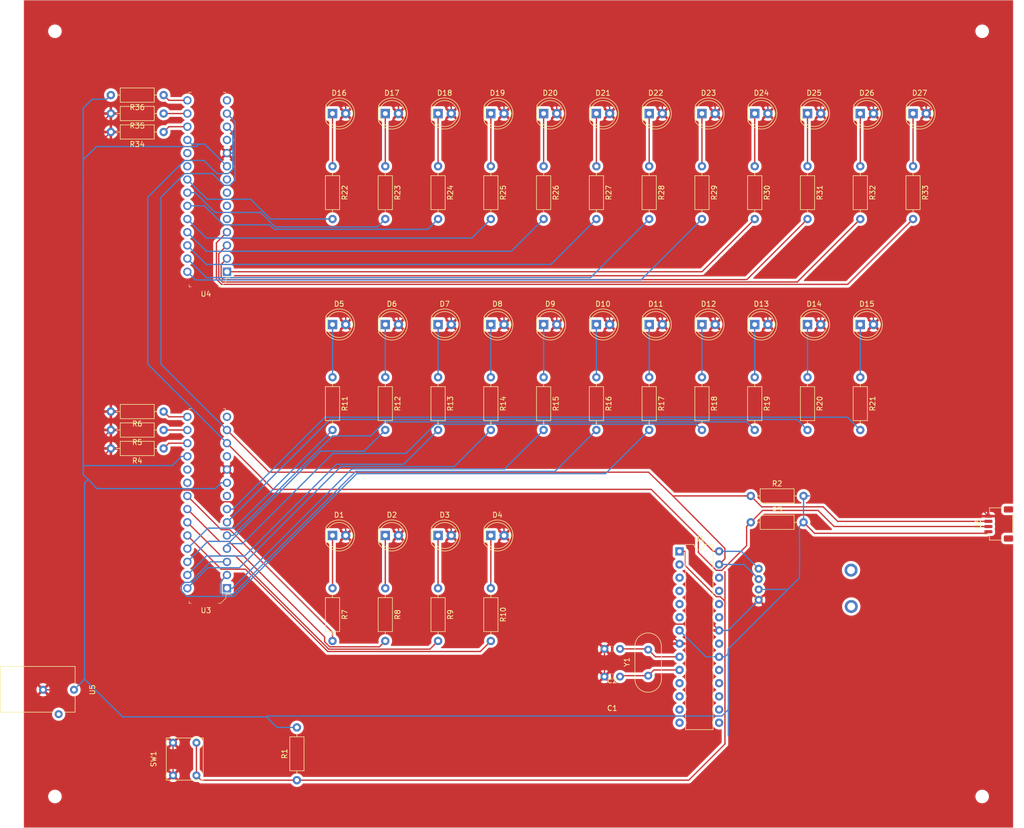
<source format=kicad_pcb>
(kicad_pcb (version 20221018) (generator pcbnew)
  (layers (0 "F.Cu" signal) (31 "B.Cu" signal) (34 "B.Paste" user) (35 "F.Paste" user) (36 "B.SilkS" user "B.Silkscreen") (37 "F.SilkS" user "F.Silkscreen") (38 "B.Mask" user) (39 "F.Mask" user) (44 "Edge.Cuts" user))
  (net 0 "")
  (net 1 "GND")
  (net 2 "Net-(C1-Pad1)")
  (net 3 "Net-(C2-Pad1)")
  (net 4 "Net-(D1-Pad1)")
  (net 5 "Net-(D2-Pad1)")
  (net 6 "Net-(D3-Pad1)")
  (net 7 "Net-(D4-Pad1)")
  (net 8 "Net-(D5-Pad1)")
  (net 9 "Net-(D6-Pad1)")
  (net 10 "Net-(D7-Pad1)")
  (net 11 "Net-(D8-Pad1)")
  (net 12 "Net-(D9-Pad1)")
  (net 13 "Net-(D10-Pad1)")
  (net 14 "Net-(D11-Pad1)")
  (net 15 "Net-(D12-Pad1)")
  (net 16 "Net-(D13-Pad1)")
  (net 17 "Net-(D14-Pad1)")
  (net 18 "Net-(D15-Pad1)")
  (net 19 "Net-(D16-Pad1)")
  (net 20 "Net-(D17-Pad1)")
  (net 21 "Net-(D18-Pad1)")
  (net 22 "Net-(D19-Pad1)")
  (net 23 "Net-(D20-Pad1)")
  (net 24 "Net-(D21-Pad1)")
  (net 25 "Net-(D22-Pad1)")
  (net 26 "Net-(D23-Pad1)")
  (net 27 "Net-(D24-Pad1)")
  (net 28 "Net-(D25-Pad1)")
  (net 29 "Net-(D26-Pad1)")
  (net 30 "Net-(D27-Pad1)")
  (net 31 "+5V")
  (net 32 "Net-(R1-Pad1)")
  (net 33 "/clock minute/SDA")
  (net 34 "/clock minute/SCL")
  (net 35 "Net-(R4-Pad1)")
  (net 36 "Net-(R5-Pad1)")
  (net 37 "Net-(R6-Pad1)")
  (net 38 "Net-(R7-Pad2)")
  (net 39 "Net-(R8-Pad2)")
  (net 40 "Net-(R9-Pad2)")
  (net 41 "Net-(R10-Pad2)")
  (net 42 "Net-(R11-Pad2)")
  (net 43 "Net-(R12-Pad2)")
  (net 44 "Net-(R13-Pad2)")
  (net 45 "Net-(R14-Pad2)")
  (net 46 "GPB0")
  (net 47 "GPB1")
  (net 48 "GPB2")
  (net 49 "GPB3")
  (net 50 "GPB4")
  (net 51 "GPB5")
  (net 52 "GPB6")
  (net 53 "Net-(R22-Pad2)")
  (net 54 "Net-(R23-Pad2)")
  (net 55 "Net-(R24-Pad2)")
  (net 56 "Net-(R25-Pad2)")
  (net 57 "Net-(R26-Pad2)")
  (net 58 "Net-(R27-Pad2)")
  (net 59 "Net-(R28-Pad2)")
  (net 60 "Net-(R29-Pad2)")
  (net 61 "Net-(U1-Pad14)")
  (net 62 "Net-(U1-Pad13)")
  (net 63 "Net-(U1-Pad26)")
  (net 64 "Net-(U1-Pad12)")
  (net 65 "Net-(U1-Pad25)")
  (net 66 "Net-(U1-Pad11)")
  (net 67 "Net-(U1-Pad24)")
  (net 68 "Net-(U1-Pad23)")
  (net 69 "Net-(U1-Pad21)")
  (net 70 "Net-(U1-Pad6)")
  (net 71 "Net-(U1-Pad19)")
  (net 72 "Net-(U1-Pad5)")
  (net 73 "Net-(U1-Pad18)")
  (net 74 "Net-(U1-Pad4)")
  (net 75 "Net-(U1-Pad17)")
  (net 76 "Net-(U1-Pad3)")
  (net 77 "Net-(U1-Pad16)")
  (net 78 "Net-(U1-Pad2)")
  (net 79 "Net-(U1-Pad15)")
  (net 80 "Net-(U3-Pad20)")
  (net 81 "Net-(U3-Pad19)")
  (net 82 "Net-(U3-Pad14)")
  (net 83 "Net-(U3-Pad11)")
  (net 84 "Net-(U3-Pad8)")
  (net 85 "Net-(U4-Pad20)")
  (net 86 "Net-(U4-Pad19)")
  (net 87 "Net-(U4-Pad14)")
  (net 88 "Net-(U4-Pad11)")
  (net 89 "Net-(U4-Pad8)")
  (net 90 "Net-(U4-Pad7)")
  (net 91 "Net-(U4-Pad6)")
  (net 92 "Net-(U4-Pad5)")
  (net 93 "Net-(R34-Pad1)")
  (net 94 "Net-(R35-Pad1)")
  (net 95 "Net-(R36-Pad1)")
  (net 96 "HGPB0")
  (net 97 "HGPB1")
  (net 98 "HGPB2")
  (net 99 "HGPB3")
  (footprint "Personal:Capacitor" (layer "F.Cu") (at 151.384 143.002)
    (fp_text reference "C1")
    (fp_text value "Capacitor")
  )
  (footprint "Personal:Capacitor" (layer "F.Cu") (at 151.384 137.668)
    (fp_text reference "C2")
    (fp_text value "Capacitor")
  )
  (footprint "LED_THT:LED_D5.0mm" (layer "F.Cu") (at 97.536 115.824)
    (fp_text reference "D1")
    (fp_text value "Blue")
  )
  (footprint "LED_THT:LED_D5.0mm" (layer "F.Cu") (at 107.696 115.824)
    (fp_text reference "D2")
    (fp_text value "Blue")
  )
  (footprint "LED_THT:LED_D5.0mm" (layer "F.Cu") (at 117.856 115.824)
    (fp_text reference "D3")
    (fp_text value "Blue")
  )
  (footprint "LED_THT:LED_D5.0mm" (layer "F.Cu") (at 128.016 115.824)
    (fp_text reference "D4")
    (fp_text value "Blue")
  )
  (footprint "LED_THT:LED_D5.0mm" (layer "F.Cu") (at 97.536 75.184)
    (fp_text reference "D5")
    (fp_text value "Blue")
  )
  (footprint "LED_THT:LED_D5.0mm" (layer "F.Cu") (at 107.696 75.184)
    (fp_text reference "D6")
    (fp_text value "Blue")
  )
  (footprint "LED_THT:LED_D5.0mm" (layer "F.Cu") (at 117.856 75.184)
    (fp_text reference "D7")
    (fp_text value "Blue")
  )
  (footprint "LED_THT:LED_D5.0mm" (layer "F.Cu") (at 128.016 75.184)
    (fp_text reference "D8")
    (fp_text value "Blue")
  )
  (footprint "LED_THT:LED_D5.0mm" (layer "F.Cu") (at 138.176 75.184)
    (fp_text reference "D9")
    (fp_text value "Blue")
  )
  (footprint "LED_THT:LED_D5.0mm" (layer "F.Cu") (at 148.336 75.184)
    (fp_text reference "D10")
    (fp_text value "Blue")
  )
  (footprint "LED_THT:LED_D5.0mm" (layer "F.Cu") (at 158.496 75.184)
    (fp_text reference "D11")
    (fp_text value "Blue")
  )
  (footprint "LED_THT:LED_D5.0mm" (layer "F.Cu") (at 168.656 75.184)
    (fp_text reference "D12")
    (fp_text value "Blue")
  )
  (footprint "LED_THT:LED_D5.0mm" (layer "F.Cu") (at 178.816 75.184)
    (fp_text reference "D13")
    (fp_text value "Blue")
  )
  (footprint "LED_THT:LED_D5.0mm" (layer "F.Cu") (at 188.976 75.184)
    (fp_text reference "D14")
    (fp_text value "Blue")
  )
  (footprint "LED_THT:LED_D5.0mm" (layer "F.Cu") (at 199.136 75.184)
    (fp_text reference "D15")
    (fp_text value "Blue")
  )
  (footprint "LED_THT:LED_D5.0mm" (layer "F.Cu") (at 97.536 34.544)
    (fp_text reference "D16")
    (fp_text value "Blue")
  )
  (footprint "LED_THT:LED_D5.0mm" (layer "F.Cu") (at 107.696 34.544)
    (fp_text reference "D17")
    (fp_text value "Blue")
  )
  (footprint "LED_THT:LED_D5.0mm" (layer "F.Cu") (at 117.856 34.544)
    (fp_text reference "D18")
    (fp_text value "Blue")
  )
  (footprint "LED_THT:LED_D5.0mm" (layer "F.Cu") (at 128.016 34.544)
    (fp_text reference "D19")
    (fp_text value "Blue")
  )
  (footprint "LED_THT:LED_D5.0mm" (layer "F.Cu") (at 138.176 34.544)
    (fp_text reference "D20")
    (fp_text value "Blue")
  )
  (footprint "LED_THT:LED_D5.0mm" (layer "F.Cu") (at 148.336 34.544)
    (fp_text reference "D21")
    (fp_text value "Blue")
  )
  (footprint "LED_THT:LED_D5.0mm" (layer "F.Cu") (at 158.496 34.544)
    (fp_text reference "D22")
    (fp_text value "Blue")
  )
  (footprint "LED_THT:LED_D5.0mm" (layer "F.Cu") (at 168.656 34.544)
    (fp_text reference "D23")
    (fp_text value "Blue")
  )
  (footprint "LED_THT:LED_D5.0mm" (layer "F.Cu") (at 178.816 34.544)
    (fp_text reference "D24")
    (fp_text value "Blue")
  )
  (footprint "LED_THT:LED_D5.0mm" (layer "F.Cu") (at 188.976 34.544)
    (fp_text reference "D25")
    (fp_text value "Blue")
  )
  (footprint "LED_THT:LED_D5.0mm" (layer "F.Cu") (at 199.136 34.544)
    (fp_text reference "D26")
    (fp_text value "Blue")
  )
  (footprint "LED_THT:LED_D5.0mm" (layer "F.Cu") (at 209.296 34.544)
    (fp_text reference "D27")
    (fp_text value "Blue")
  )
  (footprint "Resistor_THT:R_Axial_DIN0207_L6.3mm_D2.5mm_P10.16mm_Horizontal" (layer "F.Cu") (at 90.678 162.956 90)
    (fp_text reference "R1")
    (fp_text value "1k")
  )
  (footprint "Resistor_THT:R_Axial_DIN0207_L6.3mm_D2.5mm_P10.16mm_Horizontal" (layer "F.Cu") (at 178.054 108.204)
    (fp_text reference "R2")
    (fp_text value "4.7k")
  )
  (footprint "Resistor_THT:R_Axial_DIN0207_L6.3mm_D2.5mm_P10.16mm_Horizontal" (layer "F.Cu") (at 178.054 113.284)
    (fp_text reference "R3")
    (fp_text value "4.7k")
  )
  (footprint "Resistor_THT:R_Axial_DIN0207_L6.3mm_D2.5mm_P10.16mm_Horizontal" (layer "F.Cu") (at 65.024 99.06 180)
    (fp_text reference "R4")
    (fp_text value "1k")
  )
  (footprint "Resistor_THT:R_Axial_DIN0207_L6.3mm_D2.5mm_P10.16mm_Horizontal" (layer "F.Cu") (at 65.024 95.504 180)
    (fp_text reference "R5")
    (fp_text value "1k")
  )
  (footprint "Resistor_THT:R_Axial_DIN0207_L6.3mm_D2.5mm_P10.16mm_Horizontal" (layer "F.Cu") (at 65.024 91.948 180)
    (fp_text reference "R6")
    (fp_text value "1k")
  )
  (footprint "Resistor_THT:R_Axial_DIN0207_L6.3mm_D2.5mm_P10.16mm_Horizontal" (layer "F.Cu") (at 97.536 125.984 -90)
    (fp_text reference "R7")
    (fp_text value "1k")
  )
  (footprint "Resistor_THT:R_Axial_DIN0207_L6.3mm_D2.5mm_P10.16mm_Horizontal" (layer "F.Cu") (at 107.696 125.984 -90)
    (fp_text reference "R8")
    (fp_text value "1k")
  )
  (footprint "Resistor_THT:R_Axial_DIN0207_L6.3mm_D2.5mm_P10.16mm_Horizontal" (layer "F.Cu") (at 117.856 125.984 -90)
    (fp_text reference "R9")
    (fp_text value "1k")
  )
  (footprint "Resistor_THT:R_Axial_DIN0207_L6.3mm_D2.5mm_P10.16mm_Horizontal" (layer "F.Cu") (at 128.016 125.984 -90)
    (fp_text reference "R10")
    (fp_text value "1k")
  )
  (footprint "Resistor_THT:R_Axial_DIN0207_L6.3mm_D2.5mm_P10.16mm_Horizontal" (layer "F.Cu") (at 97.536 85.344 -90)
    (fp_text reference "R11")
    (fp_text value "1k")
  )
  (footprint "Resistor_THT:R_Axial_DIN0207_L6.3mm_D2.5mm_P10.16mm_Horizontal" (layer "F.Cu") (at 107.696 85.344 -90)
    (fp_text reference "R12")
    (fp_text value "1k")
  )
  (footprint "Resistor_THT:R_Axial_DIN0207_L6.3mm_D2.5mm_P10.16mm_Horizontal" (layer "F.Cu") (at 117.856 85.344 -90)
    (fp_text reference "R13")
    (fp_text value "1k")
  )
  (footprint "Resistor_THT:R_Axial_DIN0207_L6.3mm_D2.5mm_P10.16mm_Horizontal" (layer "F.Cu") (at 128.016 85.344 -90)
    (fp_text reference "R14")
    (fp_text value "1k")
  )
  (footprint "Resistor_THT:R_Axial_DIN0207_L6.3mm_D2.5mm_P10.16mm_Horizontal" (layer "F.Cu") (at 138.176 85.344 -90)
    (fp_text reference "R15")
    (fp_text value "1k")
  )
  (footprint "Resistor_THT:R_Axial_DIN0207_L6.3mm_D2.5mm_P10.16mm_Horizontal" (layer "F.Cu") (at 148.336 85.344 -90)
    (fp_text reference "R16")
    (fp_text value "1k")
  )
  (footprint "Resistor_THT:R_Axial_DIN0207_L6.3mm_D2.5mm_P10.16mm_Horizontal" (layer "F.Cu") (at 158.496 85.344 -90)
    (fp_text reference "R17")
    (fp_text value "1k")
  )
  (footprint "Resistor_THT:R_Axial_DIN0207_L6.3mm_D2.5mm_P10.16mm_Horizontal" (layer "F.Cu") (at 168.656 85.344 -90)
    (fp_text reference "R18")
    (fp_text value "1k")
  )
  (footprint "Resistor_THT:R_Axial_DIN0207_L6.3mm_D2.5mm_P10.16mm_Horizontal" (layer "F.Cu") (at 178.816 85.344 -90)
    (fp_text reference "R19")
    (fp_text value "1k")
  )
  (footprint "Resistor_THT:R_Axial_DIN0207_L6.3mm_D2.5mm_P10.16mm_Horizontal" (layer "F.Cu") (at 188.976 85.344 -90)
    (fp_text reference "R20")
    (fp_text value "1k")
  )
  (footprint "Resistor_THT:R_Axial_DIN0207_L6.3mm_D2.5mm_P10.16mm_Horizontal" (layer "F.Cu") (at 199.136 85.344 -90)
    (fp_text reference "R21")
    (fp_text value "1k")
  )
  (footprint "Resistor_THT:R_Axial_DIN0207_L6.3mm_D2.5mm_P10.16mm_Horizontal" (layer "F.Cu") (at 97.536 44.704 -90)
    (fp_text reference "R22")
    (fp_text value "1k")
  )
  (footprint "Resistor_THT:R_Axial_DIN0207_L6.3mm_D2.5mm_P10.16mm_Horizontal" (layer "F.Cu") (at 107.696 44.704 -90)
    (fp_text reference "R23")
    (fp_text value "1k")
  )
  (footprint "Resistor_THT:R_Axial_DIN0207_L6.3mm_D2.5mm_P10.16mm_Horizontal" (layer "F.Cu") (at 117.856 44.704 -90)
    (fp_text reference "R24")
    (fp_text value "1k")
  )
  (footprint "Resistor_THT:R_Axial_DIN0207_L6.3mm_D2.5mm_P10.16mm_Horizontal" (layer "F.Cu") (at 128.016 44.704 -90)
    (fp_text reference "R25")
    (fp_text value "1k")
  )
  (footprint "Resistor_THT:R_Axial_DIN0207_L6.3mm_D2.5mm_P10.16mm_Horizontal" (layer "F.Cu") (at 138.176 44.704 -90)
    (fp_text reference "R26")
    (fp_text value "1k")
  )
  (footprint "Resistor_THT:R_Axial_DIN0207_L6.3mm_D2.5mm_P10.16mm_Horizontal" (layer "F.Cu") (at 148.336 44.704 -90)
    (fp_text reference "R27")
    (fp_text value "1k")
  )
  (footprint "Resistor_THT:R_Axial_DIN0207_L6.3mm_D2.5mm_P10.16mm_Horizontal" (layer "F.Cu") (at 158.496 44.704 -90)
    (fp_text reference "R28")
    (fp_text value "1k")
  )
  (footprint "Resistor_THT:R_Axial_DIN0207_L6.3mm_D2.5mm_P10.16mm_Horizontal" (layer "F.Cu") (at 168.656 44.704 -90)
    (fp_text reference "R29")
    (fp_text value "1k")
  )
  (footprint "Resistor_THT:R_Axial_DIN0207_L6.3mm_D2.5mm_P10.16mm_Horizontal" (layer "F.Cu") (at 178.816 44.704 -90)
    (fp_text reference "R30")
    (fp_text value "1k")
  )
  (footprint "Resistor_THT:R_Axial_DIN0207_L6.3mm_D2.5mm_P10.16mm_Horizontal" (layer "F.Cu") (at 188.976 44.704 -90)
    (fp_text reference "R31")
    (fp_text value "1k")
  )
  (footprint "Resistor_THT:R_Axial_DIN0207_L6.3mm_D2.5mm_P10.16mm_Horizontal" (layer "F.Cu") (at 199.136 44.704 -90)
    (fp_text reference "R32")
    (fp_text value "1k")
  )
  (footprint "Resistor_THT:R_Axial_DIN0207_L6.3mm_D2.5mm_P10.16mm_Horizontal" (layer "F.Cu") (at 209.296 44.704 -90)
    (fp_text reference "R33")
    (fp_text value "1k")
  )
  (footprint "Personal:Pushbutton" (layer "F.Cu") (at 69.088 158.892 -90)
    (fp_text reference "SW1")
    (fp_text value "SW_Push_Dual")
  )
  (footprint "Package_DIP:DIP-28_W7.62mm" (layer "F.Cu") (at 164.338 118.872)
    (fp_text reference "U1")
    (fp_text value "ATmega328P-PU")
  )
  (footprint "digikey-footprints:DIP-28_W7.62mm" (layer "F.Cu") (at 77.216 125.984 180)
    (fp_text reference "U3")
    (fp_text value "MCP23017-E_SP")
  )
  (footprint "digikey-footprints:DIP-28_W7.62mm" (layer "F.Cu") (at 77.216 65.024 180)
    (fp_text reference "U4")
    (fp_text value "MCP23017-E_SP")
  )
  (footprint "Personal:Crystal" (layer "F.Cu") (at 157.988 140.208 -90)
    (fp_text reference "Y1")
    (fp_text value "Crystal")
  )
  (footprint "Resistor_THT:R_Axial_DIN0207_L6.3mm_D2.5mm_P10.16mm_Horizontal" (layer "F.Cu") (at 65.024 38.1 180)
    (fp_text reference "R34")
    (fp_text value "1k")
  )
  (footprint "Resistor_THT:R_Axial_DIN0207_L6.3mm_D2.5mm_P10.16mm_Horizontal" (layer "F.Cu") (at 65.024 34.544 180)
    (fp_text reference "R35")
    (fp_text value "1k")
  )
  (footprint "Resistor_THT:R_Axial_DIN0207_L6.3mm_D2.5mm_P10.16mm_Horizontal" (layer "F.Cu") (at 65.024 30.988 180)
    (fp_text reference "R36")
    (fp_text value "1k")
  )
  (footprint "Personal:BarrelJack" (layer "F.Cu") (at 40.64 145.542 90)
    (fp_text reference "U5")
    (fp_text value "Barreljack")
  )
  (footprint "Personal:DS3231" (layer "F.Cu") (at 179.578 125.222)
    (fp_text reference "U2" hide)
    (fp_text value "DS3231MZ")
  )
  (footprint "MountingHole:MountingHole_2.1mm" (layer "F.Cu") (at 222.6 18.7)
    (fp_text reference "REF**" hide)
    (fp_text value "MountingHole_2.1mm")
  )
  (footprint "MountingHole:MountingHole_2.1mm" (layer "F.Cu") (at 197.358 122.5)
    (fp_text reference "REF**" hide)
    (fp_text value "MountingHole_2.1mm")
  )
  (footprint "MountingHole:MountingHole_2.1mm" (layer "F.Cu") (at 197.4 129.5)
    (fp_text reference "REF**" hide)
    (fp_text value "MountingHole_2.1mm")
  )
  (footprint "MountingHole:MountingHole_2.1mm" (layer "F.Cu") (at 222.6 166.1)
    (fp_text reference "REF**" hide)
    (fp_text value "MountingHole_2.1mm")
  )
  (footprint "MountingHole:MountingHole_2.1mm" (layer "F.Cu") (at 44.1 18.7)
    (fp_text reference "REF**" hide)
    (fp_text value "MountingHole_2.1mm")
  )
  (footprint "MountingHole:MountingHole_2.1mm" (layer "F.Cu") (at 44.1 166.1)
    (fp_text reference "REF**" hide)
    (fp_text value "MountingHole_2.1mm")
  )
  (footprint "Connector_JST:JST_SH_SM04B-SRSS-TB_1x04-1MP_P1.00mm_Horizontal" (layer "F.Cu") (at 225.8 113.6 90)
    (fp_text reference "U6")
    (fp_text value "JST4pin")
  )
  (gr_line (start 38.1 12.7) (end 228.6 12.7) (stroke (width 0.05)) (layer "Edge.Cuts"))
  (gr_line (start 228.6 12.7) (end 228.6 172.1) (stroke (width 0.05)) (layer "Edge.Cuts"))
  (gr_line (start 228.6 172.1) (end 38.1 172.1) (stroke (width 0.05)) (layer "Edge.Cuts"))
  (gr_line (start 38.1 172.1) (end 38.1 12.7) (stroke (width 0.05)) (layer "Edge.Cuts"))
  (segment (start 54.864 91.948) (end 53.73263 91.948) (width 0.25) (layer "F.Cu") (net 1))
  (segment (start 148.59 141.224) (end 140.716 141.224) (width 0.25) (layer "F.Cu") (net 1))
  (segment (start 96.522792 110.998) (end 96.52 110.998) (width 0.25) (layer "F.Cu") (net 1))
  (segment (start 51.816 28.448) (end 51.816 30.988) (width 0.25) (layer "F.Cu") (net 1))
  (segment (start 72.499001 109.329001) (end 70.248999 107.078999) (width 0.25) (layer "F.Cu") (net 1))
  (segment (start 159.4 132.9) (end 159 133.3) (width 0.25) (layer "F.Cu") (net 1))
  (segment (start 66.838 156.81963) (end 66.838 162.042) (width 0.25) (layer "F.Cu") (net 1))
  (segment (start 51.816 143.002) (end 51.816 152.654) (width 0.25) (layer "F.Cu") (net 1))
  (segment (start 54.864 99.06) (end 54.064001 99.859999) (width 0.25) (layer "F.Cu") (net 1))
  (segment (start 147.576792 70.612) (end 147.574 70.612) (width 0.25) (layer "F.Cu") (net 1))
  (segment (start 185.168792 26.924) (end 185.166 26.924) (width 0.25) (layer "F.Cu") (net 1))
  (segment (start 80.772 110.998) (end 79.103001 109.329001) (width 0.25) (layer "F.Cu") (net 1))
  (segment (start 51.816 78.486) (end 51.9 84.3) (width 0.25) (layer "F.Cu") (net 1))
  (segment (start 117.096792 70.612) (end 117.094 70.612) (width 0.25) (layer "F.Cu") (net 1))
  (segment (start 54.102 70.612) (end 51.816 72.898) (width 0.25) (layer "F.Cu") (net 1))
  (segment (start 161.036 33.271208) (end 154.688792 26.924) (width 0.25) (layer "F.Cu") (net 1))
  (segment (start 51.9 84.3) (end 51.816 93.98) (width 0.25) (layer "F.Cu") (net 1))
  (segment (start 54.864 34.544) (end 54.064001 35.343999) (width 0.25) (layer "F.Cu") (net 1))
  (segment (start 191.516 33.271208) (end 185.168792 26.924) (width 0.25) (layer "F.Cu") (net 1))
  (segment (start 77.216 42.164) (end 79.756 42.164) (width 0.25) (layer "F.Cu") (net 1))
  (segment (start 161.036 34.544) (end 161.036 33.271208) (width 0.25) (layer "F.Cu") (net 1))
  (segment (start 137.416792 70.612) (end 137.414 70.612) (width 0.25) (layer "F.Cu") (net 1))
  (segment (start 66.838 155.742) (end 66.076001 154.980001) (width 0.25) (layer "F.Cu") (net 1))
  (segment (start 53.848 141.224) (end 51.816 143.256) (width 0.25) (layer "F.Cu") (net 1))
  (segment (start 191.516 34.544) (end 191.516 33.271208) (width 0.25) (layer "F.Cu") (net 1))
  (segment (start 161.506001 135.852001) (end 159 133.3) (width 0.25) (layer "F.Cu") (net 1))
  (segment (start 188.214 70.612) (end 198.374 70.612) (width 0.25) (layer "F.Cu") (net 1))
  (segment (start 51.816 153.558) (end 53.238001 154.980001) (width 0.25) (layer "F.Cu") (net 1))
  (segment (start 51.816 102.108) (end 51.816 107.95) (width 0.25) (layer "F.Cu") (net 1))
  (segment (start 171.196 75.184) (end 171.196 73.911208) (width 0.25) (layer "F.Cu") (net 1))
  (segment (start 51.816 93.86463) (end 51.816 93.98) (width 0.25) (layer "F.Cu") (net 1))
  (segment (start 163.538001 135.852001) (end 161.506001 135.852001) (width 0.25) (layer "F.Cu") (net 1))
  (segment (start 117.094 70.612) (end 127.254 70.612) (width 0.25) (layer "F.Cu") (net 1))
  (segment (start 130.556 115.824) (end 130.556 114.551208) (width 0.25) (layer "F.Cu") (net 1))
  (segment (start 201.676 33.271208) (end 195.328792 26.924) (width 0.25) (layer "F.Cu") (net 1))
  (segment (start 83.058 108.966) (end 83.058 110.998) (width 0.25) (layer "F.Cu") (net 1))
  (segment (start 191.516 73.911208) (end 188.216792 70.612) (width 0.25) (layer "F.Cu") (net 1))
  (segment (start 54.864 38.1) (end 54.064001 38.899999) (width 0.25) (layer "F.Cu") (net 1))
  (segment (start 80.518 26.924) (end 80.01 26.924) (width 0.25) (layer "F.Cu") (net 1))
  (segment (start 54.864 95.504) (end 54.064001 96.303999) (width 0.25) (layer "F.Cu") (net 1))
  (segment (start 110.236 34.544) (end 110.236 33.271208) (width 0.25) (layer "F.Cu") (net 1))
  (segment (start 52.687001 107.078999) (end 51.816 107.95) (width 0.25) (layer "F.Cu") (net 1))
  (segment (start 171.196 73.911208) (end 167.896792 70.612) (width 0.25) (layer "F.Cu") (net 1))
  (segment (start 51.816 41.148) (end 51.816 70.612) (width 0.25) (layer "F.Cu") (net 1))
  (segment (start 51.816 37.592) (end 51.816 38.1) (width 0.25) (layer "F.Cu") (net 1))
  (segment (start 66.838 155.742) (end 66.838 156.81963) (width 0.25) (layer "F.Cu") (net 1))
  (segment (start 51.816 93.98) (end 51.816 98.552) (width 0.25) (layer "F.Cu") (net 1))
  (segment (start 100.076 75.184) (end 100.076 73.914) (width 0.25) (layer "F.Cu") (net 1))
  (segment (start 149.884 140.438) (end 149.884 143.002) (width 0.25) (layer "F.Cu") (net 1))
  (segment (start 100.076 34.544) (end 100.076 33.271208) (width 0.25) (layer "F.Cu") (net 1))
  (segment (start 140.716 141.224) (end 53.848 141.224) (width 0.25) (layer "F.Cu") (net 1))
  (segment (start 147.574 70.612) (end 157.734 70.612) (width 0.25) (layer "F.Cu") (net 1))
  (segment (start 110.236 115.824) (end 110.236 114.551208) (width 0.25) (layer "F.Cu") (net 1))
  (segment (start 77.216 103.124) (end 83.058 108.966) (width 0.25) (layer "F.Cu") (net 1))
  (segment (start 150.876 75.184) (end 150.876 73.911208) (width 0.25) (layer "F.Cu") (net 1))
  (segment (start 51.816 146.954) (end 51.816 153.558) (width 0.25) (layer "F.Cu") (net 1))
  (segment (start 171.196 34.544) (end 171.196 33.271208) (width 0.25) (layer "F.Cu") (net 1))
  (segment (start 120.396 115.824) (end 120.396 114.551208) (width 0.25) (layer "F.Cu") (net 1))
  (segment (start 106.682792 110.998) (end 106.68 110.998) (width 0.25) (layer "F.Cu") (net 1))
  (segment (start 191.516 75.184) (end 191.516 73.911208) (width 0.25) (layer "F.Cu") (net 1))
  (segment (start 53.73263 91.948) (end 51.816 93.86463) (width 0.25) (layer "F.Cu") (net 1))
  (segment (start 150.876 34.544) (end 150.876 33.271208) (width 0.25) (layer "F.Cu") (net 1))
  (segment (start 170.7 132.9) (end 159.4 132.9) (width 0.25) (layer "F.Cu") (net 1))
  (segment (start 161.036 75.184) (end 161.036 73.911208) (width 0.25) (layer "F.Cu") (net 1))
  (segment (start 110.236 33.271208) (end 110.233208 33.271208) (width 0.25) (layer "F.Cu") (net 1))
  (segment (start 103.976 27.011208) (end 110.236 33.271208) (width 0.25) (layer "F.Cu") (net 1))
  (segment (start 54.064001 96.303999) (end 51.816 98.552) (width 0.25) (layer "F.Cu") (net 1))
  (segment (start 80.01 26.924) (end 53.34 26.924) (width 0.25) (layer "F.Cu") (net 1))
  (segment (start 106.68 110.998) (end 96.52 110.998) (width 0.25) (layer "F.Cu") (net 1))
  (segment (start 148.953001 132.986999) (end 140.716 141.224) (width 0.25) (layer "F.Cu") (net 1))
  (segment (start 93.726 26.924) (end 82.296 26.924) (width 0.25) (layer "F.Cu") (net 1))
  (segment (start 211.836 34.544) (end 211.836 33.271208) (width 0.25) (layer "F.Cu") (net 1))
  (segment (start 181.356 73.911208) (end 178.056792 70.612) (width 0.25) (layer "F.Cu") (net 1))
  (segment (start 44.704 145.542) (end 51.816 152.654) (width 0.25) (layer "F.Cu") (net 1))
  (segment (start 83.058 110.998) (end 80.772 110.998) (width 0.25) (layer "F.Cu") (net 1))
  (segment (start 120.396 73.911208) (end 117.096792 70.612) (width 0.25) (layer "F.Cu") (net 1))
  (segment (start 78.2 84.3) (end 51.9 84.3) (width 0.25) (layer "F.Cu") (net 1))
  (segment (start 96.774 70.612) (end 54.102 70.612) (width 0.25) (layer "F.Cu") (net 1))
  (segment (start 54.064001 35.343999) (end 51.816 37.592) (width 0.25) (layer "F.Cu") (net 1))
  (segment (start 53.34 26.924) (end 51.816 28.448) (width 0.25) (layer "F.Cu") (net 1))
  (segment (start 54.064001 99.859999) (end 51.816 102.108) (width 0.25) (layer "F.Cu") (net 1))
  (segment (start 110.236 75.184) (end 110.236 73.911208) (width 0.25) (layer "F.Cu") (net 1))
  (segment (start 137.414 70.612) (end 147.574 70.612) (width 0.25) (layer "F.Cu") (net 1))
  (segment (start 100.076 115.824) (end 100.076 114.551208) (width 0.25) (layer "F.Cu") (net 1))
  (segment (start 149.884 138.74563) (end 149.884 139.93) (width 0.25) (layer "F.Cu") (net 1))
  (segment (start 103.976 26.924) (end 93.726 26.924) (width 0.25) (layer "F.Cu") (net 1))
  (segment (start 140.716 73.911208) (end 137.416792 70.612) (width 0.25) (layer "F.Cu") (net 1))
  (segment (start 82.296 39.624) (end 82.296 29.21) (width 0.25) (layer "F.Cu") (net 1))
  (segment (start 150.876 33.271208) (end 144.528792 26.924) (width 0.25) (layer "F.Cu") (net 1))
  (segment (start 130.556 33.274) (end 124.206 26.924) (width 0.25) (layer "F.Cu") (net 1))
  (segment (start 161.036 73.911208) (end 157.736792 70.612) (width 0.25) (layer "F.Cu") (net 1))
  (segment (start 93.9 100) (end 78.2 84.3) (width 0.25) (layer "F.Cu") (net 1))
  (segment (start 51.816 143.002) (end 51.816 143.256) (width 0.25) (layer "F.Cu") (net 1))
  (segment (start 120.396 114.551208) (end 116.842792 110.998) (width 0.25) (layer "F.Cu") (net 1))
  (segment (start 170.832999 132.986999) (end 170.786999 132.986999) (width 0.25) (layer "F.Cu") (net 1))
  (segment (start 140.716 33.271208) (end 134.368792 26.924) (width 0.25) (layer "F.Cu") (net 1))
  (segment (start 205.488792 26.924) (end 103.976 26.924) (width 0.25) (layer "F.Cu") (net 1))
  (segment (start 100.076 73.914) (end 96.774 70.612) (width 0.25) (layer "F.Cu") (net 1))
  (segment (start 158.75 133.096) (end 148.953001 132.986999) (width 0.25) (layer "F.Cu") (net 1))
  (segment (start 70.248999 107.078999) (end 52.687001 107.078999) (width 0.25) (layer "F.Cu") (net 1))
  (segment (start 157.734 70.612) (end 167.894 70.612) (width 0.25) (layer "F.Cu") (net 1))
  (segment (start 167.896792 70.612) (end 167.894 70.612) (width 0.25) (layer "F.Cu") (net 1))
  (segment (start 178.054 70.612) (end 188.214 70.612) (width 0.25) (layer "F.Cu") (net 1))
  (segment (start 170.786999 132.986999) (end 170.7 132.9) (width 0.25) (layer "F.Cu") (net 1))
  (segment (start 41.816 145.542) (end 44.704 145.542) (width 0.25) (layer "F.Cu") (net 1))
  (segment (start 130.556 75.184) (end 130.556 73.911208) (width 0.25) (layer "F.Cu") (net 1))
  (segment (start 110.236 73.911208) (end 106.936792 70.612) (width 0.25) (layer "F.Cu") (net 1))
  (segment (start 120.396 75.184) (end 120.396 73.911208) (width 0.25) (layer "F.Cu") (net 1))
  (segment (start 100.076 114.551208) (end 96.522792 110.998) (width 0.25) (layer "F.Cu") (net 1))
  (segment (start 82.296 26.924) (end 80.518 26.924) (width 0.25) (layer "F.Cu") (net 1))
  (segment (start 167.894 70.612) (end 178.054 70.612) (width 0.25) (layer "F.Cu") (net 1))
  (segment (start 93.728792 26.924) (end 93.726 26.924) (width 0.25) (layer "F.Cu") (net 1))
  (segment (start 181.356 33.271208) (end 175.008792 26.924) (width 0.25) (layer "F.Cu") (net 1))
  (segment (start 120.396 34.544) (end 120.396 33.271208) (width 0.25) (layer "F.Cu") (net 1))
  (segment (start 149.884 139.93) (end 148.59 141.224) (width 0.25) (layer "F.Cu") (net 1))
  (segment (start 171.958 134.112) (end 170.832999 132.986999) (width 0.25) (layer "F.Cu") (net 1))
  (segment (start 82.296 29.21) (end 80.01 26.924) (width 0.25) (layer "F.Cu") (net 1))
  (segment (start 130.556 114.551208) (end 127.002792 110.998) (width 0.25) (layer "F.Cu") (net 1))
  (segment (start 149.884 139.93) (end 149.884 140.438) (width 0.25) (layer "F.Cu") (net 1))
  (segment (start 223.8 112.1) (end 211.7 100) (width 0.25) (layer "F.Cu") (net 1))
  (segment (start 175.008792 26.924) (end 175.006 26.924) (width 0.25) (layer "F.Cu") (net 1))
  (segment (start 116.84 110.998) (end 106.68 110.998) (width 0.25) (layer "F.Cu") (net 1))
  (segment (start 51.816 30.988) (end 51.816 34.544) (width 0.25) (layer "F.Cu") (net 1))
  (segment (start 116.842792 110.998) (end 116.84 110.998) (width 0.25) (layer "F.Cu") (net 1))
  (segment (start 140.716 75.184) (end 140.716 73.911208) (width 0.25) (layer "F.Cu") (net 1))
  (segment (start 127.254 70.612) (end 137.414 70.612) (width 0.25) (layer "F.Cu") (net 1))
  (segment (start 150.876 73.911208) (end 147.576792 70.612) (width 0.25) (layer "F.Cu") (net 1))
  (segment (start 127.002792 110.998) (end 116.84 110.998) (width 0.25) (layer "F.Cu") (net 1))
  (segment (start 140.716 34.544) (end 140.716 33.271208) (width 0.25) (layer "F.Cu") (net 1))
  (segment (start 127.256792 70.612) (end 127.254 70.612) (width 0.25) (layer "F.Cu") (net 1))
  (segment (start 103.976 26.924) (end 103.976 27.011208) (width 0.25) (layer "F.Cu") (net 1))
  (segment (start 201.676 73.911208) (end 198.376792 70.612) (width 0.25) (layer "F.Cu") (net 1))
  (segment (start 51.816 72.898) (end 51.816 78.486) (width 0.25) (layer "F.Cu") (net 1))
  (segment (start 106.936792 70.612) (end 106.934 70.612) (width 0.25) (layer "F.Cu") (net 1))
  (segment (start 96.774 70.612) (end 106.934 70.612) (width 0.25) (layer "F.Cu") (net 1))
  (segment (start 110.236 114.551208) (end 106.682792 110.998) (width 0.25) (layer "F.Cu") (net 1))
  (segment (start 51.816 34.544) (end 51.816 37.592) (width 0.25) (layer "F.Cu") (net 1))
  (segment (start 51.816 38.1) (end 51.816 41.148) (width 0.25) (layer "F.Cu") (net 1))
  (segment (start 96.52 110.998) (end 83.058 110.998) (width 0.25) (layer "F.Cu") (net 1))
  (segment (start 130.556 34.544) (end 130.556 33.274) (width 0.25) (layer "F.Cu") (net 1))
  (segment (start 79.103001 109.329001) (end 72.499001 109.329001) (width 0.25) (layer "F.Cu") (net 1))
  (segment (start 181.356 75.184) (end 181.356 73.911208) (width 0.25) (layer "F.Cu") (net 1))
  (segment (start 181.356 34.544) (end 181.356 33.271208) (width 0.25) (layer "F.Cu") (net 1))
  (segment (start 149.884 137.668) (end 149.884 138.74563) (width 0.25) (layer "F.Cu") (net 1))
  (segment (start 120.396 33.271208) (end 114.048792 26.924) (width 0.25) (layer "F.Cu") (net 1))
  (segment (start 54.064001 38.899999) (end 51.816 41.148) (width 0.25) (layer "F.Cu") (net 1))
  (segment (start 51.816 98.552) (end 51.816 102.108) (width 0.25) (layer "F.Cu") (net 1))
  (segment (start 188.216792 70.612) (end 188.214 70.612) (width 0.25) (layer "F.Cu") (net 1))
  (segment (start 79.756 42.164) (end 82.296 39.624) (width 0.25) (layer "F.Cu") (net 1))
  (segment (start 201.676 34.544) (end 201.676 33.271208) (width 0.25) (layer "F.Cu") (net 1))
  (segment (start 201.676 75.184) (end 201.676 73.911208) (width 0.25) (layer "F.Cu") (net 1))
  (segment (start 211.836 33.271208) (end 205.488792 26.924) (width 0.25) (layer "F.Cu") (net 1))
  (segment (start 164.338 136.652) (end 163.538001 135.852001) (width 0.25) (layer "F.Cu") (net 1))
  (segment (start 51.816 70.612) (end 51.816 72.898) (width 0.25) (layer "F.Cu") (net 1))
  (segment (start 171.196 33.271208) (end 164.848792 26.924) (width 0.25) (layer "F.Cu") (net 1))
  (segment (start 198.376792 70.612) (end 198.374 70.612) (width 0.25) (layer "F.Cu") (net 1))
  (segment (start 130.556 73.911208) (end 127.256792 70.612) (width 0.25) (layer "F.Cu") (net 1))
  (segment (start 66.076001 154.980001) (end 53.238001 154.980001) (width 0.25) (layer "F.Cu") (net 1))
  (segment (start 100.076 33.271208) (end 93.728792 26.924) (width 0.25) (layer "F.Cu") (net 1))
  (segment (start 51.816 107.95) (end 51.816 143.002) (width 0.25) (layer "F.Cu") (net 1))
  (segment (start 106.934 70.612) (end 117.094 70.612) (width 0.25) (layer "F.Cu") (net 1))
  (segment (start 178.056792 70.612) (end 178.054 70.612) (width 0.25) (layer "F.Cu") (net 1))
  (segment (start 211.7 100) (end 93.9 100) (width 0.25) (layer "F.Cu") (net 1))
  (segment (start 157.736792 70.612) (end 157.734 70.612) (width 0.25) (layer "F.Cu") (net 1))
  (segment (start 159 133.3) (end 158.75 133.096) (width 0.25) (layer "F.Cu") (net 1))
  (segment (start 171.958 134.112) (end 173.688 134.112) (width 0.25) (layer "B.Cu") (net 1))
  (segment (start 173.688 134.112) (end 179.578 128.222) (width 0.25) (layer "B.Cu") (net 1))
  (segment (start 159.404 141.732) (end 164.338 141.732) (width 0.25) (layer "F.Cu") (net 2))
  (segment (start 158.306 142.83) (end 153.056 142.83) (width 0.25) (layer "F.Cu") (net 2))
  (segment (start 158.306 142.83) (end 159.404 141.732) (width 0.25) (layer "F.Cu") (net 2))
  (segment (start 153.056 142.83) (end 152.884 143.002) (width 0.25) (layer "B.Cu") (net 2))
  (segment (start 152.884 137.668) (end 158.172 137.668) (width 0.25) (layer "F.Cu") (net 3))
  (segment (start 159.696 139.192) (end 164.338 139.192) (width 0.25) (layer "F.Cu") (net 3))
  (segment (start 158.306 137.802) (end 159.696 139.192) (width 0.25) (layer "F.Cu") (net 3))
  (segment (start 158.172 137.668) (end 158.306 137.802) (width 0.25) (layer "B.Cu") (net 3))
  (segment (start 97.536 125.984) (end 97.536 115.824) (width 0.25) (layer "F.Cu") (net 4))
  (segment (start 107.696 125.984) (end 107.696 124.85263) (width 0.25) (layer "F.Cu") (net 5))
  (segment (start 107.696 124.85263) (end 107.696 115.824) (width 0.25) (layer "F.Cu") (net 5))
  (segment (start 117.856 125.984) (end 117.856 124.85263) (width 0.25) (layer "F.Cu") (net 6))
  (segment (start 117.856 124.85263) (end 117.856 115.824) (width 0.25) (layer "F.Cu") (net 6))
  (segment (start 128.016 125.984) (end 128.016 115.824) (width 0.25) (layer "F.Cu") (net 7))
  (segment (start 128.016 125.984) (end 128.016 124.85263) (width 0.25) (layer "B.Cu") (net 7))
  (segment (start 97.536 76.334) (end 97.536 85.344) (width 0.25) (layer "B.Cu") (net 8))
  (segment (start 97.536 75.184) (end 97.536 76.334) (width 0.25) (layer "B.Cu") (net 8))
  (segment (start 107.696 75.184) (end 107.696 76.334) (width 0.25) (layer "B.Cu") (net 9))
  (segment (start 107.696 76.334) (end 107.696 85.344) (width 0.25) (layer "B.Cu") (net 9))
  (segment (start 117.856 75.184) (end 117.856 85.344) (width 0.25) (layer "B.Cu") (net 10))
  (segment (start 128.016 75.184) (end 128.016 85.344) (width 0.25) (layer "B.Cu") (net 11))
  (segment (start 138.176 85.344) (end 138.176 75.184) (width 0.25) (layer "B.Cu") (net 12))
  (segment (start 148.336 75.184) (end 148.336 85.344) (width 0.25) (layer "B.Cu") (net 13))
  (segment (start 158.496 75.184) (end 158.496 76.334) (width 0.25) (layer "B.Cu") (net 14))
  (segment (start 158.496 76.334) (end 158.496 85.344) (width 0.25) (layer "B.Cu") (net 14))
  (segment (start 168.656 85.344) (end 168.656 75.184) (width 0.25) (layer "B.Cu") (net 15))
  (segment (start 178.816 85.344) (end 178.816 84.21263) (width 0.25) (layer "B.Cu") (net 16))
  (segment (start 178.816 84.21263) (end 178.816 75.184) (width 0.25) (layer "B.Cu") (net 16))
  (segment (start 188.976 85.344) (end 188.976 84.21263) (width 0.25) (layer "B.Cu") (net 17))
  (segment (start 188.976 84.21263) (end 188.976 75.184) (width 0.25) (layer "B.Cu") (net 17))
  (segment (start 199.136 85.344) (end 199.136 75.184) (width 0.25) (layer "B.Cu") (net 18))
  (segment (start 97.536 44.704) (end 97.536 34.544) (width 0.25) (layer "F.Cu") (net 19))
  (segment (start 107.696 44.704) (end 107.696 34.544) (width 0.25) (layer "F.Cu") (net 20))
  (segment (start 117.856 44.704) (end 117.856 34.544) (width 0.25) (layer "F.Cu") (net 21))
  (segment (start 128.016 44.704) (end 128.016 34.544) (width 0.25) (layer "F.Cu") (net 22))
  (segment (start 138.176 44.704) (end 138.176 34.544) (width 0.25) (layer "F.Cu") (net 23))
  (segment (start 148.336 44.704) (end 148.336 34.544) (width 0.25) (layer "F.Cu") (net 24))
  (segment (start 158.496 44.704) (end 158.496 34.544) (width 0.25) (layer "F.Cu") (net 25))
  (segment (start 168.656 44.704) (end 168.656 34.544) (width 0.25) (layer "F.Cu") (net 26))
  (segment (start 178.816 44.704) (end 178.816 34.544) (width 0.25) (layer "F.Cu") (net 27))
  (segment (start 188.976 44.704) (end 188.976 34.544) (width 0.25) (layer "F.Cu") (net 28))
  (segment (start 199.136 44.704) (end 199.136 34.544) (width 0.25) (layer "F.Cu") (net 29))
  (segment (start 209.296 44.704) (end 209.296 34.544) (width 0.25) (layer "F.Cu") (net 30))
  (segment (start 223.5 115.4) (end 190.33 115.4) (width 0.25) (layer "F.Cu") (net 31))
  (segment (start 189.013999 114.083999) (end 188.214 113.284) (width 0.25) (layer "F.Cu") (net 31))
  (segment (start 223.8 115.1) (end 223.5 115.4) (width 0.25) (layer "F.Cu") (net 31))
  (segment (start 190.33 115.4) (end 189.013999 114.083999) (width 0.25) (layer "F.Cu") (net 31))
  (segment (start 54.064001 31.787999) (end 51.270001 31.787999) (width 0.25) (layer "B.Cu") (net 31))
  (segment (start 48.527999 144.772001) (end 49.8 143.5) (width 0.25) (layer "B.Cu") (net 31))
  (segment (start 187.414001 123.989999) (end 185.166 126.238) (width 0.25) (layer "B.Cu") (net 31))
  (segment (start 68.46463 100.584) (end 66.68663 102.362) (width 0.25) (layer "B.Cu") (net 31))
  (segment (start 187.414001 114.083999) (end 187.452 120.396) (width 0.25) (layer "B.Cu") (net 31))
  (segment (start 188.214 109.33537) (end 188.214 113.284) (width 0.25) (layer "B.Cu") (net 31))
  (segment (start 77.216 105.664) (end 76.08463 105.664) (width 0.25) (layer "B.Cu") (net 31))
  (segment (start 47.766 145.542) (end 48.527999 144.780001) (width 0.25) (layer "B.Cu") (net 31))
  (segment (start 49.53 102.362) (end 49.544 81.04) (width 0.25) (layer "B.Cu") (net 31))
  (segment (start 49.8 143.5) (end 49.8 105.7) (width 0.25) (layer "B.Cu") (net 31))
  (segment (start 185.166 126.238) (end 173.736 137.668) (width 0.25) (layer "B.Cu") (net 31))
  (segment (start 71.776001 40.423999) (end 72.935999 40.423999) (width 0.25) (layer "B.Cu") (net 31))
  (segment (start 70.395999 40.423999) (end 71.776001 40.423999) (width 0.25) (layer "B.Cu") (net 31))
  (segment (start 49.53 104.14) (end 49.53 102.362) (width 0.25) (layer "B.Cu") (net 31))
  (segment (start 173.08937 139.192) (end 173.736 138.54537) (width 0.25) (layer "B.Cu") (net 31))
  (segment (start 49.53 44.45) (end 49.53 43.434) (width 0.25) (layer "B.Cu") (net 31))
  (segment (start 84.836 150.764) (end 57.15 150.764) (width 0.25) (layer "B.Cu") (net 31))
  (segment (start 49.544 81.04) (end 49.53 44.45) (width 0.25) (layer "B.Cu") (net 31))
  (segment (start 50.5 105) (end 49.53 104.14) (width 0.25) (layer "B.Cu") (net 31))
  (segment (start 74.959629 106.789001) (end 52.179001 106.789001) (width 0.25) (layer "B.Cu") (net 31))
  (segment (start 69.596 39.624) (end 70.395999 40.423999) (width 0.25) (layer "B.Cu") (net 31))
  (segment (start 173.736 138.176) (end 173.736 154.432) (width 0.25) (layer "B.Cu") (net 31))
  (segment (start 172.5 150.6) (end 85 150.6) (width 0.25) (layer "B.Cu") (net 31))
  (segment (start 86.868 152.796) (end 84.836 150.764) (width 0.25) (layer "B.Cu") (net 31))
  (segment (start 72.935999 40.423999) (end 73.66 41.148) (width 0.25) (layer "B.Cu") (net 31))
  (segment (start 54.864 30.988) (end 54.064001 31.787999) (width 0.25) (layer "B.Cu") (net 31))
  (segment (start 188.214 108.204) (end 188.214 109.33537) (width 0.25) (layer "B.Cu") (net 31))
  (segment (start 179.578 126.222) (end 185.15 126.222) (width 0.25) (layer "B.Cu") (net 31))
  (segment (start 77.216 44.704) (end 73.550999 41.038999) (width 0.25) (layer "B.Cu") (net 31))
  (segment (start 171.958 139.192) (end 173.08937 139.192) (width 0.25) (layer "B.Cu") (net 31))
  (segment (start 71.776001 40.423999) (end 71.776001 40.523999) (width 0.25) (layer "B.Cu") (net 31))
  (segment (start 85 150.6) (end 84.836 150.764) (width 0.25) (layer "B.Cu") (net 31))
  (segment (start 71.4 40.9) (end 52.1 40.9) (width 0.25) (layer "B.Cu") (net 31))
  (segment (start 66.68663 102.362) (end 49.53 102.362) (width 0.25) (layer "B.Cu") (net 31))
  (segment (start 57.15 150.764) (end 49.8 143.5) (width 0.25) (layer "B.Cu") (net 31))
  (segment (start 76.08463 105.664) (end 74.959629 106.789001) (width 0.25) (layer "B.Cu") (net 31))
  (segment (start 164.338 134.112) (end 169.418 139.192) (width 0.25) (layer "B.Cu") (net 31))
  (segment (start 90.678 152.796) (end 86.868 152.796) (width 0.25) (layer "B.Cu") (net 31))
  (segment (start 49.53 43.434) (end 49.53 41.91) (width 0.25) (layer "B.Cu") (net 31))
  (segment (start 69.596 100.584) (end 68.46463 100.584) (width 0.25) (layer "B.Cu") (net 31))
  (segment (start 173.736 137.668) (end 173.736 138.176) (width 0.25) (layer "B.Cu") (net 31))
  (segment (start 52.179001 106.789001) (end 52.07 106.68) (width 0.25) (layer "B.Cu") (net 31))
  (segment (start 169.418 139.192) (end 171.958 139.192) (width 0.25) (layer "B.Cu") (net 31))
  (segment (start 49.8 105.7) (end 50.5 105) (width 0.25) (layer "B.Cu") (net 31))
  (segment (start 48.527999 144.780001) (end 48.527999 144.772001) (width 0.25) (layer "B.Cu") (net 31))
  (segment (start 52.07 106.68) (end 50.5 105) (width 0.25) (layer "B.Cu") (net 31))
  (segment (start 51.925001 41.038999) (end 51.6 41.4) (width 0.25) (layer "B.Cu") (net 31))
  (segment (start 173.736 138.54537) (end 173.736 138.176) (width 0.25) (layer "B.Cu") (net 31))
  (segment (start 173.736 149.364) (end 172.5 150.6) (width 0.25) (layer "B.Cu") (net 31))
  (segment (start 51.6 41.4) (end 49.53 43.434) (width 0.25) (layer "B.Cu") (net 31))
  (segment (start 51.270001 31.787999) (end 49.53 33.528) (width 0.25) (layer "B.Cu") (net 31))
  (segment (start 49.53 41.91) (end 49.53 33.528) (width 0.25) (layer "B.Cu") (net 31))
  (segment (start 185.15 126.222) (end 185.166 126.238) (width 0.25) (layer "B.Cu") (net 31))
  (segment (start 187.452 120.396) (end 187.414001 123.989999) (width 0.25) (layer "B.Cu") (net 31))
  (segment (start 52.1 40.9) (end 51.6 41.4) (width 0.25) (layer "B.Cu") (net 31))
  (segment (start 73.550999 41.038999) (end 73.66 41.148) (width 0.25) (layer "B.Cu") (net 31))
  (segment (start 188.214 113.284) (end 187.414001 114.083999) (width 0.25) (layer "B.Cu") (net 31))
  (segment (start 173.736 148.732) (end 173.736 149.364) (width 0.25) (layer "B.Cu") (net 31))
  (segment (start 188.214 108.204) (end 189.34537 108.204) (width 0.25) (layer "B.Cu") (net 31))
  (segment (start 71.776001 40.523999) (end 71.4 40.9) (width 0.25) (layer "B.Cu") (net 31))
  (segment (start 165.463001 118.947001) (end 165.463001 121.662003) (width 0.25) (layer "F.Cu") (net 32))
  (segment (start 171.417999 127.617001) (end 172.208003 127.617001) (width 0.25) (layer "F.Cu") (net 32))
  (segment (start 166.116 162.956) (end 90.678 162.956) (width 0.25) (layer "F.Cu") (net 32))
  (segment (start 165.388 118.872) (end 165.463001 118.947001) (width 0.25) (layer "F.Cu") (net 32))
  (segment (start 71.338 156.81963) (end 71.338 162.042) (width 0.25) (layer "F.Cu") (net 32))
  (segment (start 71.338 162.042) (end 72.252 162.956) (width 0.25) (layer "F.Cu") (net 32))
  (segment (start 172.208003 127.617001) (end 173.083001 128.491999) (width 0.25) (layer "F.Cu") (net 32))
  (segment (start 71.338 155.742) (end 71.338 156.81963) (width 0.25) (layer "F.Cu") (net 32))
  (segment (start 72.252 162.956) (end 90.678 162.956) (width 0.25) (layer "F.Cu") (net 32))
  (segment (start 165.463001 121.662003) (end 171.417999 127.617001) (width 0.25) (layer "F.Cu") (net 32))
  (segment (start 173.083001 122.791999) (end 173.083001 155.988999) (width 0.25) (layer "F.Cu") (net 32))
  (segment (start 173.083001 155.988999) (end 166.116 162.956) (width 0.25) (layer "F.Cu") (net 32))
  (segment (start 164.338 118.872) (end 165.388 118.872) (width 0.25) (layer "F.Cu") (net 32))
  (segment (start 194.775002 113.1) (end 191.975002 110.3) (width 0.25) (layer "F.Cu") (net 33))
  (segment (start 176.92263 108.204) (end 163.068 108.204) (width 0.25) (layer "F.Cu") (net 33))
  (segment (start 173.083001 120.286999) (end 173.083001 118.331999) (width 0.25) (layer "F.Cu") (net 33))
  (segment (start 191.975002 110.3) (end 180.15 110.3) (width 0.25) (layer "F.Cu") (net 33))
  (segment (start 223.8 113.1) (end 194.775002 113.1) (width 0.25) (layer "F.Cu") (net 33))
  (segment (start 171.958 121.412) (end 173.083001 120.286999) (width 0.25) (layer "F.Cu") (net 33))
  (segment (start 173.083001 118.331999) (end 163.068 108.204) (width 0.25) (layer "F.Cu") (net 33))
  (segment (start 85.344 103.632) (end 77.216 95.504) (width 0.25) (layer "F.Cu") (net 33))
  (segment (start 180.15 110.3) (end 178.054 108.204) (width 0.25) (layer "F.Cu") (net 33))
  (segment (start 158.383002 103.632) (end 85.344 103.632) (width 0.25) (layer "F.Cu") (net 33))
  (segment (start 178.054 108.204) (end 176.92263 108.204) (width 0.25) (layer "F.Cu") (net 33))
  (segment (start 163.068 108.204) (end 158.383002 103.632) (width 0.25) (layer "F.Cu") (net 33))
  (segment (start 78.791011 47.333991) (end 78.791011 36.119011) (width 0.25) (layer "B.Cu") (net 33))
  (segment (start 77.756001 48.369001) (end 78.791011 47.333991) (width 0.25) (layer "B.Cu") (net 33))
  (segment (start 171.958 121.412) (end 176.768 121.412) (width 0.25) (layer "B.Cu") (net 33))
  (segment (start 176.768 121.412) (end 179.578 124.222) (width 0.25) (layer "B.Cu") (net 33))
  (segment (start 74.425997 46.118999) (end 76.675999 48.369001) (width 0.25) (layer "B.Cu") (net 33))
  (segment (start 69.055999 46.118999) (end 74.425997 46.118999) (width 0.25) (layer "B.Cu") (net 33))
  (segment (start 64.516 50.658998) (end 69.055999 46.118999) (width 0.25) (layer "B.Cu") (net 33))
  (segment (start 64.516 82.804) (end 64.516 50.658998) (width 0.25) (layer "B.Cu") (net 33))
  (segment (start 76.675999 48.369001) (end 77.756001 48.369001) (width 0.25) (layer "B.Cu") (net 33))
  (segment (start 77.216 95.504) (end 64.516 82.804) (width 0.25) (layer "B.Cu") (net 33))
  (segment (start 78.791011 36.119011) (end 78.015999 35.343999) (width 0.25) (layer "B.Cu") (net 33))
  (segment (start 78.015999 35.343999) (end 77.216 34.544) (width 0.25) (layer "B.Cu") (net 33))
  (segment (start 170.82663 118.872) (end 167.963315 116.008685) (width 0.25) (layer "F.Cu") (net 34))
  (segment (start 178.054 113.284) (end 177.254001 114.083999) (width 0.25) (layer "F.Cu") (net 34))
  (segment (start 191 111) (end 180.338 111) (width 0.25) (layer "F.Cu") (net 34))
  (segment (start 172.498001 122.537001) (end 171.417999 122.537001) (width 0.25) (layer "F.Cu") (net 34))
  (segment (start 158.88863 106.934) (end 86.106 106.934) (width 0.25) (layer "F.Cu") (net 34))
  (segment (start 180.338 111) (end 178.054 113.284) (width 0.25) (layer "F.Cu") (net 34))
  (segment (start 167.963315 119.082317) (end 167.963315 116.008685) (width 0.25) (layer "F.Cu") (net 34))
  (segment (start 223.8 114.1) (end 194.1 114.1) (width 0.25) (layer "F.Cu") (net 34))
  (segment (start 194.1 114.1) (end 191 111) (width 0.25) (layer "F.Cu") (net 34))
  (segment (start 171.417999 122.537001) (end 167.963315 119.082317) (width 0.25) (layer "F.Cu") (net 34))
  (segment (start 177.254001 114.083999) (end 177.254001 117.781001) (width 0.25) (layer "F.Cu") (net 34))
  (segment (start 177.254001 117.781001) (end 172.498001 122.537001) (width 0.25) (layer "F.Cu") (net 34))
  (segment (start 171.958 118.872) (end 170.82663 118.872) (width 0.25) (layer "F.Cu") (net 34))
  (segment (start 167.963315 116.008685) (end 158.88863 106.934) (width 0.25) (layer "F.Cu") (net 34))
  (segment (start 86.106 106.934) (end 77.216 98.044) (width 0.25) (layer "F.Cu") (net 34))
  (segment (start 75.328999 46.118999) (end 77.466003 46.118999) (width 0.25) (layer "B.Cu") (net 34))
  (segment (start 78.015999 37.883999) (end 77.216 37.084) (width 0.25) (layer "B.Cu") (net 34))
  (segment (start 78.341001 38.209001) (end 78.015999 37.883999) (width 0.25) (layer "B.Cu") (net 34))
  (segment (start 77.466003 46.118999) (end 78.341001 45.244001) (width 0.25) (layer "B.Cu") (net 34))
  (segment (start 78.341001 45.244001) (end 78.341001 38.209001) (width 0.25) (layer "B.Cu") (net 34))
  (segment (start 176.228 118.872) (end 179.578 122.222) (width 0.25) (layer "B.Cu") (net 34))
  (segment (start 69.055999 43.578999) (end 72.788999 43.578999) (width 0.25) (layer "B.Cu") (net 34))
  (segment (start 61.976 82.804) (end 61.976 50.658998) (width 0.25) (layer "B.Cu") (net 34))
  (segment (start 61.976 50.658998) (end 69.055999 43.578999) (width 0.25) (layer "B.Cu") (net 34))
  (segment (start 171.958 118.872) (end 176.228 118.872) (width 0.25) (layer "B.Cu") (net 34))
  (segment (start 72.788999 43.578999) (end 75.328999 46.118999) (width 0.25) (layer "B.Cu") (net 34))
  (segment (start 77.216 98.044) (end 61.976 82.804) (width 0.25) (layer "B.Cu") (net 34))
  (segment (start 66.04 98.044) (end 69.596 98.044) (width 0.25) (layer "F.Cu") (net 35))
  (segment (start 65.024 99.06) (end 66.04 98.044) (width 0.25) (layer "F.Cu") (net 35))
  (segment (start 65.024 95.504) (end 69.596 95.504) (width 0.25) (layer "F.Cu") (net 36))
  (segment (start 66.04 92.964) (end 69.596 92.964) (width 0.25) (layer "F.Cu") (net 37))
  (segment (start 65.024 91.948) (end 66.04 92.964) (width 0.25) (layer "F.Cu") (net 37))
  (segment (start 97.536 135.01263) (end 97.536 136.144) (width 0.25) (layer "F.Cu") (net 38))
  (segment (start 77.756001 114.698999) (end 97.536 134.478998) (width 0.25) (layer "F.Cu") (net 38))
  (segment (start 97.536 134.478998) (end 97.536 135.01263) (width 0.25) (layer "F.Cu") (net 38))
  (segment (start 69.596 108.204) (end 76.090999 114.698999) (width 0.25) (layer "F.Cu") (net 38))
  (segment (start 76.090999 114.698999) (end 77.756001 114.698999) (width 0.25) (layer "F.Cu") (net 38))
  (segment (start 96.012 136.285002) (end 96.995999 137.269001) (width 0.25) (layer "F.Cu") (net 39))
  (segment (start 69.596 110.744) (end 75.801001 116.949001) (width 0.25) (layer "F.Cu") (net 39))
  (segment (start 75.801001 116.949001) (end 77.579001 116.949001) (width 0.25) (layer "F.Cu") (net 39))
  (segment (start 96.012 135.382) (end 96.012 136.285002) (width 0.25) (layer "F.Cu") (net 39))
  (segment (start 96.995999 137.269001) (end 106.570999 137.269001) (width 0.25) (layer "F.Cu") (net 39))
  (segment (start 106.896001 136.943999) (end 107.696 136.144) (width 0.25) (layer "F.Cu") (net 39))
  (segment (start 77.579001 116.949001) (end 96.012 135.382) (width 0.25) (layer "F.Cu") (net 39))
  (segment (start 106.570999 137.269001) (end 106.896001 136.943999) (width 0.25) (layer "F.Cu") (net 39))
  (segment (start 78.869587 119.778999) (end 96.809599 137.719011) (width 0.25) (layer "F.Cu") (net 40))
  (segment (start 76.090999 119.778999) (end 78.869587 119.778999) (width 0.25) (layer "F.Cu") (net 40))
  (segment (start 117.056001 136.943999) (end 117.856 136.144) (width 0.25) (layer "F.Cu") (net 40))
  (segment (start 96.809599 137.719011) (end 116.280989 137.719011) (width 0.25) (layer "F.Cu") (net 40))
  (segment (start 116.280989 137.719011) (end 117.056001 136.943999) (width 0.25) (layer "F.Cu") (net 40))
  (segment (start 69.596 113.284) (end 76.090999 119.778999) (width 0.25) (layer "F.Cu") (net 40))
  (segment (start 80.773177 122.318999) (end 96.623199 138.169021) (width 0.25) (layer "F.Cu") (net 41))
  (segment (start 127.216001 136.943999) (end 128.016 136.144) (width 0.25) (layer "F.Cu") (net 41))
  (segment (start 125.990979 138.169021) (end 127.216001 136.943999) (width 0.25) (layer "F.Cu") (net 41))
  (segment (start 76.090999 122.318999) (end 80.773177 122.318999) (width 0.25) (layer "F.Cu") (net 41))
  (segment (start 69.596 115.824) (end 76.090999 122.318999) (width 0.25) (layer "F.Cu") (net 41))
  (segment (start 96.623199 138.169021) (end 125.990979 138.169021) (width 0.25) (layer "F.Cu") (net 41))
  (segment (start 96.736001 96.303999) (end 97.536 95.504) (width 0.25) (layer "B.Cu") (net 42))
  (segment (start 78.630999 114.409001) (end 96.736001 96.303999) (width 0.25) (layer "B.Cu") (net 42))
  (segment (start 73.550999 114.409001) (end 78.630999 114.409001) (width 0.25) (layer "B.Cu") (net 42))
  (segment (start 69.596 118.364) (end 73.550999 114.409001) (width 0.25) (layer "B.Cu") (net 42))
  (segment (start 77.868999 116.949001) (end 95.25 99.568) (width 0.25) (layer "B.Cu") (net 43))
  (segment (start 95.25 99.568) (end 103.632 99.568) (width 0.25) (layer "B.Cu") (net 43))
  (segment (start 73.550999 116.949001) (end 77.868999 116.949001) (width 0.25) (layer "B.Cu") (net 43))
  (segment (start 103.632 99.568) (end 107.696 95.504) (width 0.25) (layer "B.Cu") (net 43))
  (segment (start 69.596 120.904) (end 73.550999 116.949001) (width 0.25) (layer "B.Cu") (net 43))
  (segment (start 80.627001 119.778999) (end 98.298 102.108) (width 0.25) (layer "B.Cu") (net 44))
  (segment (start 111.252 102.108) (end 117.856 95.504) (width 0.25) (layer "B.Cu") (net 44))
  (segment (start 73.261001 119.778999) (end 80.627001 119.778999) (width 0.25) (layer "B.Cu") (net 44))
  (segment (start 98.298 102.108) (end 111.252 102.108) (width 0.25) (layer "B.Cu") (net 44))
  (segment (start 69.596 123.444) (end 73.261001 119.778999) (width 0.25) (layer "B.Cu") (net 44))
  (segment (start 69.596 125.984) (end 73.550999 122.029001) (width 0.25) (layer "B.Cu") (net 45))
  (segment (start 127.216001 96.303999) (end 128.016 95.504) (width 0.25) (layer "B.Cu") (net 45))
  (segment (start 73.550999 122.029001) (end 79.646999 122.029001) (width 0.25) (layer "B.Cu") (net 45))
  (segment (start 120.96199 102.55801) (end 127.216001 96.303999) (width 0.25) (layer "B.Cu") (net 45))
  (segment (start 99.11799 102.55801) (end 120.96199 102.55801) (width 0.25) (layer "B.Cu") (net 45))
  (segment (start 79.646999 122.029001) (end 99.11799 102.55801) (width 0.25) (layer "B.Cu") (net 45))
  (segment (start 101.24198 103.00802) (end 130.67198 103.00802) (width 0.25) (layer "B.Cu") (net 46))
  (segment (start 137.376001 96.303999) (end 138.176 95.504) (width 0.25) (layer "B.Cu") (net 46))
  (segment (start 77.216 125.984) (end 78.266 125.984) (width 0.25) (layer "B.Cu") (net 46))
  (segment (start 78.266 125.984) (end 101.24198 103.00802) (width 0.25) (layer "B.Cu") (net 46))
  (segment (start 130.67198 103.00802) (end 137.376001 96.303999) (width 0.25) (layer "B.Cu") (net 46))
  (segment (start 102.02797 103.45803) (end 140.38197 103.45803) (width 0.25) (layer "B.Cu") (net 47))
  (segment (start 140.38197 103.45803) (end 147.536001 96.303999) (width 0.25) (layer "B.Cu") (net 47))
  (segment (start 78.376999 127.109001) (end 102.02797 103.45803) (width 0.25) (layer "B.Cu") (net 47))
  (segment (start 77.216 123.444) (end 76.090999 124.569001) (width 0.25) (layer "B.Cu") (net 47))
  (segment (start 76.090999 124.569001) (end 76.090999 127.044001) (width 0.25) (layer "B.Cu") (net 47))
  (segment (start 76.155999 127.109001) (end 78.376999 127.109001) (width 0.25) (layer "B.Cu") (net 47))
  (segment (start 76.090999 127.044001) (end 76.155999 127.109001) (width 0.25) (layer "B.Cu") (net 47))
  (segment (start 147.536001 96.303999) (end 148.336 95.504) (width 0.25) (layer "B.Cu") (net 47))
  (segment (start 78.5634 127.55901) (end 102.21437 103.90804) (width 0.25) (layer "B.Cu") (net 48))
  (segment (start 68.470999 125.443999) (end 68.470999 126.524001) (width 0.25) (layer "B.Cu") (net 48))
  (segment (start 68.470999 126.524001) (end 69.506008 127.55901) (width 0.25) (layer "B.Cu") (net 48))
  (segment (start 102.21437 103.90804) (end 150.09196 103.90804) (width 0.25) (layer "B.Cu") (net 48))
  (segment (start 150.09196 103.90804) (end 158.496 95.504) (width 0.25) (layer "B.Cu") (net 48))
  (segment (start 74.03959 120.904) (end 70.084591 124.858999) (width 0.25) (layer "B.Cu") (net 48))
  (segment (start 69.506008 127.55901) (end 78.5634 127.55901) (width 0.25) (layer "B.Cu") (net 48))
  (segment (start 70.084591 124.858999) (end 69.055999 124.858999) (width 0.25) (layer "B.Cu") (net 48))
  (segment (start 77.216 120.904) (end 74.03959 120.904) (width 0.25) (layer "B.Cu") (net 48))
  (segment (start 69.055999 124.858999) (end 68.470999 125.443999) (width 0.25) (layer "B.Cu") (net 48))
  (segment (start 80.212989 117.399011) (end 97.59399 100.01801) (width 0.25) (layer "B.Cu") (net 49))
  (segment (start 167.856001 94.704001) (end 168.656 95.504) (width 0.25) (layer "B.Cu") (net 49))
  (segment (start 97.59399 100.01801) (end 111.676988 100.01801) (width 0.25) (layer "B.Cu") (net 49))
  (segment (start 77.216 118.364) (end 77.216 117.602) (width 0.25) (layer "B.Cu") (net 49))
  (segment (start 117.315999 94.378999) (end 167.530999 94.378999) (width 0.25) (layer "B.Cu") (net 49))
  (segment (start 77.418989 117.399011) (end 80.212989 117.399011) (width 0.25) (layer "B.Cu") (net 49))
  (segment (start 77.216 117.602) (end 77.418989 117.399011) (width 0.25) (layer "B.Cu") (net 49))
  (segment (start 167.530999 94.378999) (end 167.856001 94.704001) (width 0.25) (layer "B.Cu") (net 49))
  (segment (start 111.676988 100.01801) (end 117.315999 94.378999) (width 0.25) (layer "B.Cu") (net 49))
  (segment (start 177.240989 93.928989) (end 178.016001 94.704001) (width 0.25) (layer "B.Cu") (net 50))
  (segment (start 78.35759 115.824) (end 97.552589 96.629001) (width 0.25) (layer "B.Cu") (net 50))
  (segment (start 77.216 115.824) (end 78.35759 115.824) (width 0.25) (layer "B.Cu") (net 50))
  (segment (start 178.016001 94.704001) (end 178.816 95.504) (width 0.25) (layer "B.Cu") (net 50))
  (segment (start 97.552589 96.629001) (end 104.905997 96.629001) (width 0.25) (layer "B.Cu") (net 50))
  (segment (start 107.606009 93.928989) (end 177.240989 93.928989) (width 0.25) (layer "B.Cu") (net 50))
  (segment (start 104.905997 96.629001) (end 107.606009 93.928989) (width 0.25) (layer "B.Cu") (net 50))
  (segment (start 97.021021 93.478979) (end 186.950979 93.478979) (width 0.25) (layer "B.Cu") (net 51))
  (segment (start 77.216 113.284) (end 97.021021 93.478979) (width 0.25) (layer "B.Cu") (net 51))
  (segment (start 188.176001 94.704001) (end 188.976 95.504) (width 0.25) (layer "B.Cu") (net 51))
  (segment (start 186.950979 93.478979) (end 188.176001 94.704001) (width 0.25) (layer "B.Cu") (net 51))
  (segment (start 196.660969 93.028969) (end 198.336001 94.704001) (width 0.25) (layer "B.Cu") (net 52))
  (segment (start 96.062401 93.028969) (end 196.660969 93.028969) (width 0.25) (layer "B.Cu") (net 52))
  (segment (start 78.34737 110.744) (end 96.062401 93.028969) (width 0.25) (layer "B.Cu") (net 52))
  (segment (start 198.336001 94.704001) (end 199.136 95.504) (width 0.25) (layer "B.Cu") (net 52))
  (segment (start 77.216 110.744) (end 78.34737 110.744) (width 0.25) (layer "B.Cu") (net 52))
  (segment (start 81.788 51.054) (end 85.598 54.864) (width 0.25) (layer "B.Cu") (net 53))
  (segment (start 85.598 54.864) (end 97.536 54.864) (width 0.25) (layer "B.Cu") (net 53))
  (segment (start 69.596 47.244) (end 73.406 51.054) (width 0.25) (layer "B.Cu") (net 53))
  (segment (start 73.406 51.054) (end 81.788 51.054) (width 0.25) (layer "B.Cu") (net 53))
  (segment (start 69.596 49.784) (end 71.12 49.784) (width 0.25) (layer "B.Cu") (net 54))
  (segment (start 83.69159 53.594) (end 86.48559 56.388) (width 0.25) (layer "B.Cu") (net 54))
  (segment (start 106.172 56.388) (end 107.696 54.864) (width 0.25) (layer "B.Cu") (net 54))
  (segment (start 74.93 53.594) (end 83.69159 53.594) (width 0.25) (layer "B.Cu") (net 54))
  (segment (start 86.48559 56.388) (end 106.172 56.388) (width 0.25) (layer "B.Cu") (net 54))
  (segment (start 71.12 49.784) (end 74.93 53.594) (width 0.25) (layer "B.Cu") (net 54))
  (segment (start 115.88199 56.83801) (end 117.056001 55.663999) (width 0.25) (layer "B.Cu") (net 55))
  (segment (start 76.563001 55.989001) (end 85.450181 55.989001) (width 0.25) (layer "B.Cu") (net 55))
  (segment (start 117.056001 55.663999) (end 117.856 54.864) (width 0.25) (layer "B.Cu") (net 55))
  (segment (start 69.596 52.324) (end 72.898 52.324) (width 0.25) (layer "B.Cu") (net 55))
  (segment (start 72.898 52.324) (end 76.563001 55.989001) (width 0.25) (layer "B.Cu") (net 55))
  (segment (start 85.450181 55.989001) (end 86.29919 56.83801) (width 0.25) (layer "B.Cu") (net 55))
  (segment (start 86.29919 56.83801) (end 115.88199 56.83801) (width 0.25) (layer "B.Cu") (net 55))
  (segment (start 73.261001 58.529001) (end 124.350999 58.529001) (width 0.25) (layer "B.Cu") (net 56))
  (segment (start 69.596 54.864) (end 73.261001 58.529001) (width 0.25) (layer "B.Cu") (net 56))
  (segment (start 124.350999 58.529001) (end 127.216001 55.663999) (width 0.25) (layer "B.Cu") (net 56))
  (segment (start 127.216001 55.663999) (end 128.016 54.864) (width 0.25) (layer "B.Cu") (net 56))
  (segment (start 69.596 57.404) (end 73.261001 61.069001) (width 0.25) (layer "B.Cu") (net 57))
  (segment (start 137.376001 55.663999) (end 138.176 54.864) (width 0.25) (layer "B.Cu") (net 57))
  (segment (start 73.261001 61.069001) (end 131.970999 61.069001) (width 0.25) (layer "B.Cu") (net 57))
  (segment (start 131.970999 61.069001) (end 137.376001 55.663999) (width 0.25) (layer "B.Cu") (net 57))
  (segment (start 147.536001 55.663999) (end 148.336 54.864) (width 0.25) (layer "B.Cu") (net 58))
  (segment (start 73.261001 63.609001) (end 139.590999 63.609001) (width 0.25) (layer "B.Cu") (net 58))
  (segment (start 139.590999 63.609001) (end 147.536001 55.663999) (width 0.25) (layer "B.Cu") (net 58))
  (segment (start 69.596 59.944) (end 73.261001 63.609001) (width 0.25) (layer "B.Cu") (net 58))
  (segment (start 69.596 62.484) (end 73.261001 66.149001) (width 0.25) (layer "B.Cu") (net 59))
  (segment (start 157.696001 55.663999) (end 158.496 54.864) (width 0.25) (layer "B.Cu") (net 59))
  (segment (start 73.261001 66.149001) (end 147.210999 66.149001) (width 0.25) (layer "B.Cu") (net 59))
  (segment (start 147.210999 66.149001) (end 157.696001 55.663999) (width 0.25) (layer "B.Cu") (net 59))
  (segment (start 167.856001 55.663999) (end 168.656 54.864) (width 0.25) (layer "B.Cu") (net 60))
  (segment (start 156.920989 66.599011) (end 167.856001 55.663999) (width 0.25) (layer "B.Cu") (net 60))
  (segment (start 71.171011 66.599011) (end 156.920989 66.599011) (width 0.25) (layer "B.Cu") (net 60))
  (segment (start 69.596 65.024) (end 71.171011 66.599011) (width 0.25) (layer "B.Cu") (net 60))
  (segment (start 65.024 38.1) (end 66.04 37.084) (width 0.25) (layer "F.Cu") (net 93))
  (segment (start 66.04 37.084) (end 69.596 37.084) (width 0.25) (layer "F.Cu") (net 93))
  (segment (start 65.024 34.544) (end 69.596 34.544) (width 0.25) (layer "F.Cu") (net 94))
  (segment (start 66.04 32.004) (end 69.596 32.004) (width 0.25) (layer "F.Cu") (net 95))
  (segment (start 65.024 30.988) (end 66.04 32.004) (width 0.25) (layer "F.Cu") (net 95))
  (segment (start 168.656 65.024) (end 178.816 54.864) (width 0.25) (layer "F.Cu") (net 96))
  (segment (start 77.216 65.024) (end 168.656 65.024) (width 0.25) (layer "F.Cu") (net 96))
  (segment (start 76.090999 66.084001) (end 76.554998 66.548) (width 0.25) (layer "F.Cu") (net 97))
  (segment (start 76.554998 66.548) (end 177.292 66.548) (width 0.25) (layer "F.Cu") (net 97))
  (segment (start 77.216 62.484) (end 76.090999 63.609001) (width 0.25) (layer "F.Cu") (net 97))
  (segment (start 76.090999 63.609001) (end 76.090999 66.084001) (width 0.25) (layer "F.Cu") (net 97))
  (segment (start 177.292 66.548) (end 188.976 54.864) (width 0.25) (layer "F.Cu") (net 97))
  (segment (start 77.216 59.944) (end 75.640989 61.519011) (width 0.25) (layer "F.Cu") (net 98))
  (segment (start 198.336001 55.663999) (end 199.136 54.864) (width 0.25) (layer "F.Cu") (net 98))
  (segment (start 187.00199 66.99801) (end 198.336001 55.663999) (width 0.25) (layer "F.Cu") (net 98))
  (segment (start 75.64099 66.270402) (end 76.368598 66.99801) (width 0.25) (layer "F.Cu") (net 98))
  (segment (start 76.368598 66.99801) (end 187.00199 66.99801) (width 0.25) (layer "F.Cu") (net 98))
  (segment (start 75.640989 61.519011) (end 75.64099 66.270402) (width 0.25) (layer "F.Cu") (net 98))
  (segment (start 75.190981 66.456803) (end 76.182198 67.44802) (width 0.25) (layer "F.Cu") (net 99))
  (segment (start 196.71198 67.44802) (end 208.496001 55.663999) (width 0.25) (layer "F.Cu") (net 99))
  (segment (start 75.190981 59.429019) (end 75.190981 66.456803) (width 0.25) (layer "F.Cu") (net 99))
  (segment (start 76.182198 67.44802) (end 196.71198 67.44802) (width 0.25) (layer "F.Cu") (net 99))
  (segment (start 208.496001 55.663999) (end 209.296 54.864) (width 0.25) (layer "F.Cu") (net 99))
  (segment (start 77.216 57.404) (end 75.190981 59.429019) (width 0.25) (layer "F.Cu") (net 99))
  (zone (net 1) (net_name "GND") (layer "F.Cu") (connect_pads (clearance 0.508)) (min_thickness 0.254) (fill yes (thermal_gap 0.508) (thermal_bridge_width 0.508))
    (polygon (pts (xy 228.6 172.212) (xy 38.1 172.212) (xy 38.1 12.7) (xy 228.6 12.7)))
  )
)
</source>
